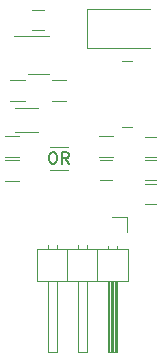
<source format=gto>
%TF.GenerationSoftware,KiCad,Pcbnew,(5.1.7)-1*%
%TF.CreationDate,2022-01-04T16:45:12+01:00*%
%TF.ProjectId,psu-module-positive,7073752d-6d6f-4647-956c-652d706f7369,rev?*%
%TF.SameCoordinates,Original*%
%TF.FileFunction,Legend,Top*%
%TF.FilePolarity,Positive*%
%FSLAX46Y46*%
G04 Gerber Fmt 4.6, Leading zero omitted, Abs format (unit mm)*
G04 Created by KiCad (PCBNEW (5.1.7)-1) date 2022-01-04 16:45:12*
%MOMM*%
%LPD*%
G01*
G04 APERTURE LIST*
%ADD10C,0.150000*%
%ADD11C,0.120000*%
%ADD12R,0.700000X1.300000*%
%ADD13C,1.200000*%
%ADD14R,1.000000X1.250000*%
%ADD15R,1.700000X1.700000*%
%ADD16O,1.700000X1.700000*%
%ADD17R,2.500000X1.800000*%
%ADD18R,1.000000X1.600000*%
%ADD19R,1.560000X0.650000*%
%ADD20R,1.700000X5.700000*%
G04 APERTURE END LIST*
D10*
X19904761Y-18952380D02*
X20095238Y-18952380D01*
X20190476Y-19000000D01*
X20285714Y-19095238D01*
X20333333Y-19285714D01*
X20333333Y-19619047D01*
X20285714Y-19809523D01*
X20190476Y-19904761D01*
X20095238Y-19952380D01*
X19904761Y-19952380D01*
X19809523Y-19904761D01*
X19714285Y-19809523D01*
X19666666Y-19619047D01*
X19666666Y-19285714D01*
X19714285Y-19095238D01*
X19809523Y-19000000D01*
X19904761Y-18952380D01*
X21333333Y-19952380D02*
X21000000Y-19476190D01*
X20761904Y-19952380D02*
X20761904Y-18952380D01*
X21142857Y-18952380D01*
X21238095Y-19000000D01*
X21285714Y-19047619D01*
X21333333Y-19142857D01*
X21333333Y-19285714D01*
X21285714Y-19380952D01*
X21238095Y-19428571D01*
X21142857Y-19476190D01*
X20761904Y-19476190D01*
D11*
X19750000Y-20500000D02*
X21250000Y-20500000D01*
X19750000Y-18500000D02*
X21250000Y-18500000D01*
X17600000Y-14630000D02*
X16400000Y-14630000D01*
X16400000Y-12870000D02*
X17600000Y-12870000D01*
X21100000Y-14630000D02*
X19900000Y-14630000D01*
X19900000Y-12870000D02*
X21100000Y-12870000D01*
X24000000Y-21350000D02*
X25000000Y-21350000D01*
X25000000Y-19650000D02*
X24000000Y-19650000D01*
X23900000Y-17620000D02*
X25100000Y-17620000D01*
X25100000Y-19380000D02*
X23900000Y-19380000D01*
X15900000Y-17620000D02*
X17100000Y-17620000D01*
X17100000Y-19380000D02*
X15900000Y-19380000D01*
X15900000Y-19620000D02*
X17100000Y-19620000D01*
X17100000Y-21380000D02*
X15900000Y-21380000D01*
X28750000Y-21650000D02*
X27750000Y-21650000D01*
X27750000Y-23350000D02*
X28750000Y-23350000D01*
X28750000Y-19650000D02*
X27750000Y-19650000D01*
X27750000Y-21350000D02*
X28750000Y-21350000D01*
X26310000Y-24480000D02*
X26310000Y-25750000D01*
X25040000Y-24480000D02*
X26310000Y-24480000D01*
X19580000Y-26792929D02*
X19580000Y-27190000D01*
X20340000Y-26792929D02*
X20340000Y-27190000D01*
X19580000Y-35850000D02*
X19580000Y-29850000D01*
X20340000Y-35850000D02*
X19580000Y-35850000D01*
X20340000Y-29850000D02*
X20340000Y-35850000D01*
X21230000Y-27190000D02*
X21230000Y-29850000D01*
X22120000Y-26792929D02*
X22120000Y-27190000D01*
X22880000Y-26792929D02*
X22880000Y-27190000D01*
X22120000Y-35850000D02*
X22120000Y-29850000D01*
X22880000Y-35850000D02*
X22120000Y-35850000D01*
X22880000Y-29850000D02*
X22880000Y-35850000D01*
X23770000Y-27190000D02*
X23770000Y-29850000D01*
X24660000Y-26860000D02*
X24660000Y-27190000D01*
X25420000Y-26860000D02*
X25420000Y-27190000D01*
X24760000Y-29850000D02*
X24760000Y-35850000D01*
X24880000Y-29850000D02*
X24880000Y-35850000D01*
X25000000Y-29850000D02*
X25000000Y-35850000D01*
X25120000Y-29850000D02*
X25120000Y-35850000D01*
X25240000Y-29850000D02*
X25240000Y-35850000D01*
X25360000Y-29850000D02*
X25360000Y-35850000D01*
X24660000Y-35850000D02*
X24660000Y-29850000D01*
X25420000Y-35850000D02*
X24660000Y-35850000D01*
X25420000Y-29850000D02*
X25420000Y-35850000D01*
X26370000Y-29850000D02*
X26370000Y-27190000D01*
X18630000Y-29850000D02*
X26370000Y-29850000D01*
X18630000Y-27190000D02*
X18630000Y-29850000D01*
X26370000Y-27190000D02*
X18630000Y-27190000D01*
X22850000Y-6850000D02*
X28250000Y-6850000D01*
X22850000Y-10150000D02*
X28250000Y-10150000D01*
X22850000Y-6850000D02*
X22850000Y-10150000D01*
X28750000Y-17650000D02*
X27750000Y-17650000D01*
X27750000Y-19350000D02*
X28750000Y-19350000D01*
X18250000Y-8600000D02*
X19250000Y-8600000D01*
X19250000Y-6900000D02*
X18250000Y-6900000D01*
X18750000Y-15230000D02*
X16750000Y-15230000D01*
X16750000Y-17270000D02*
X18750000Y-17270000D01*
X17850000Y-12360000D02*
X19650000Y-12360000D01*
X19650000Y-9140000D02*
X16700000Y-9140000D01*
X25850000Y-16800000D02*
X26650000Y-16800000D01*
X25850000Y-11200000D02*
X26650000Y-11200000D01*
%LPC*%
D12*
X17950000Y-13750000D03*
X16050000Y-13750000D03*
X21450000Y-13750000D03*
X19550000Y-13750000D03*
D13*
X22000000Y-20500000D03*
X19000000Y-20500000D03*
X22000000Y-18500000D03*
X19000000Y-18500000D03*
D14*
X25500000Y-20500000D03*
X23500000Y-20500000D03*
D12*
X25450000Y-18500000D03*
X23550000Y-18500000D03*
X17450000Y-18500000D03*
X15550000Y-18500000D03*
X17450000Y-20500000D03*
X15550000Y-20500000D03*
D14*
X27250000Y-22500000D03*
X29250000Y-22500000D03*
X27250000Y-20500000D03*
X29250000Y-20500000D03*
D15*
X25040000Y-25750000D03*
D16*
X22500000Y-25750000D03*
X19960000Y-25750000D03*
D17*
X28250000Y-8500000D03*
X24250000Y-8500000D03*
D14*
X27250000Y-18500000D03*
X29250000Y-18500000D03*
X19750000Y-7750000D03*
X17750000Y-7750000D03*
D18*
X16250000Y-16250000D03*
X19250000Y-16250000D03*
D19*
X17400000Y-9800000D03*
X17400000Y-10750000D03*
X17400000Y-11700000D03*
X20100000Y-11700000D03*
X20100000Y-9800000D03*
X20100000Y-10750000D03*
D20*
X24000000Y-14000000D03*
X28500000Y-14000000D03*
M02*

</source>
